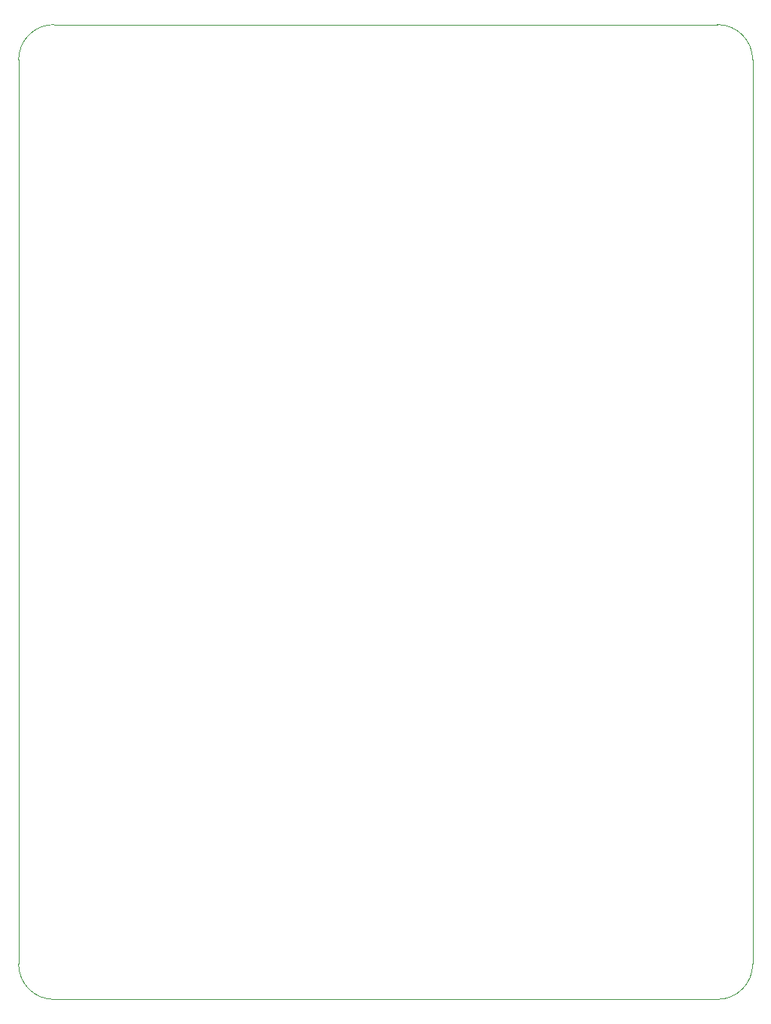
<source format=gm1>
G04 #@! TF.GenerationSoftware,KiCad,Pcbnew,(5.1.2)-2*
G04 #@! TF.CreationDate,2019-08-15T09:28:56-05:00*
G04 #@! TF.ProjectId,rootpad,726f6f74-7061-4642-9e6b-696361645f70,rev?*
G04 #@! TF.SameCoordinates,Original*
G04 #@! TF.FileFunction,Profile,NP*
%FSLAX46Y46*%
G04 Gerber Fmt 4.6, Leading zero omitted, Abs format (unit mm)*
G04 Created by KiCad (PCBNEW (5.1.2)-2) date 2019-08-15 09:28:56*
%MOMM*%
%LPD*%
G04 APERTURE LIST*
%ADD10C,0.050000*%
G04 APERTURE END LIST*
D10*
X121443750Y-155575000D02*
G75*
G02X117475000Y-151606250I0J3968750D01*
G01*
X200025000Y-151606250D02*
G75*
G02X196056250Y-155575000I-3968750J0D01*
G01*
X117475000Y-50006250D02*
G75*
G02X121443750Y-46037500I3968750J0D01*
G01*
X196056250Y-46037500D02*
G75*
G02X200025000Y-50006250I0J-3968750D01*
G01*
X200025000Y-50006250D02*
X200025000Y-151606250D01*
X121443750Y-46037500D02*
X196056250Y-46037500D01*
X117475000Y-151606250D02*
X117475000Y-50006250D01*
X196056250Y-155575000D02*
X121443750Y-155575000D01*
M02*

</source>
